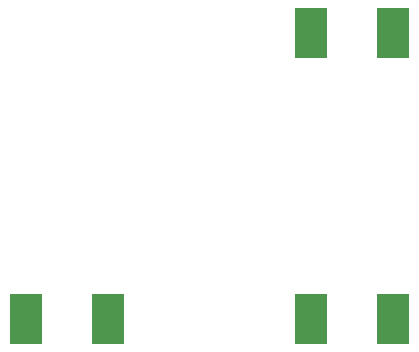
<source format=gbr>
G04 EAGLE Gerber RS-274X export*
G75*
%MOIN*%
%FSLAX34Y34*%
%LPD*%
%INSolderpaste Bottom*%
%IPPOS*%
%AMOC8*
5,1,8,0,0,1.08239X$1,22.5*%
G01*
%ADD10R,0.105000X0.165000*%


D10*
X11124Y10367D03*
X13876Y10367D03*
X13876Y833D03*
X11124Y833D03*
X4376Y833D03*
X1624Y833D03*
M02*

</source>
